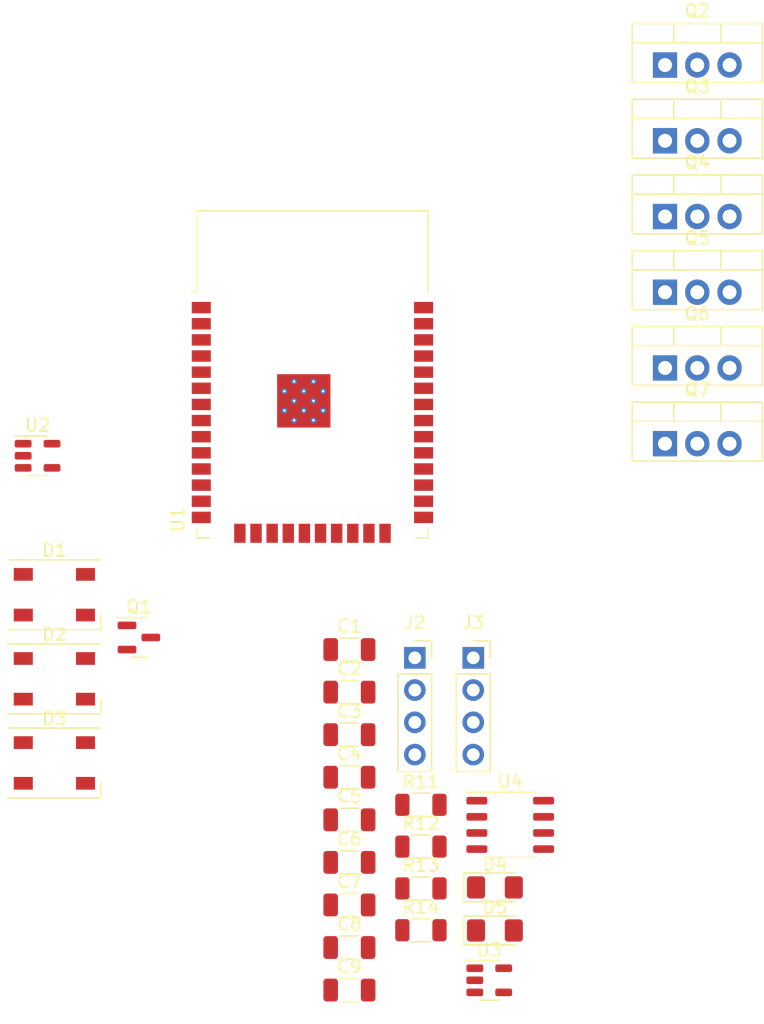
<source format=kicad_pcb>
(kicad_pcb (version 20221018) (generator pcbnew)
  (layers (0 "F.Cu" signal) (31 "B.Cu" signal) (34 "B.Paste" user) (35 "F.Paste" user) (36 "B.SilkS" user "B.Silkscreen") (37 "F.SilkS" user "F.Silkscreen") (38 "B.Mask" user) (39 "F.Mask" user) (44 "Edge.Cuts" user))
  (net 0 "")
  (net 1 "GND")
  (net 2 "/LED_DATA_PIN")
  (net 3 "/5V")
  (net 4 "Net-(D1-DOUT)")
  (net 5 "Net-(D2-DOUT)")
  (net 7 "/3v3")
  (net 8 "/STATUS_LED")
  (net 9 "Net-(Q2-G)")
  (net 10 "Net-(U3-IN)")
  (net 11 "Net-(D5-A)")
  (net 12 "Net-(Q3-G)")
  (net 13 "Net-(J2-Pin_2)")
  (net 14 "Net-(J2-Pin_3)")
  (net 15 "Net-(Q4-G)")
  (net 16 "Net-(J2-Pin_4)")
  (net 17 "Net-(J3-Pin_2)")
  (net 18 "Net-(Q5-G)")
  (net 19 "Net-(J3-Pin_3)")
  (net 20 "Net-(J3-Pin_4)")
  (net 21 "Net-(Q6-G)")
  (net 22 "Net-(U3-FB)")
  (net 23 "/MAX485_B")
  (net 24 "Net-(Q7-G)")
  (net 25 "/MAX485_A")
  (net 31 "/CHAN2_G")
  (net 32 "/CHAN2_B")
  (net 33 "/CHAN1_B")
  (net 34 "/CHAN2_R")
  (net 35 "/CHAN1_R")
  (net 36 "/CHAN1_G")
  (net 44 "/RS485_A")
  (net 45 "/RS485_B")
  (net 53 "Net-(D4-A)")
  (net 54 "Net-(U2-FB)")
  (net 55 "/12V")
  (net 56 "/SD_RESERVED")
  (footprint "Package_TO_SOT_THT:TO-220-3_Vertical" (layer "F.Cu") (at 106.68 43.86)
    (fp_text reference "Q2" (at 2.54 -4.27) (layer "F.SilkS"))
    (fp_text value "Q_NMOS_GDS")
    (fp_line (start -2.58 -3.27) (end -2.58 1.371) (stroke (width 0.12)) (layer "F.SilkS"))
    (fp_line (start -2.58 -3.27) (end 7.66 -3.27) (stroke (width 0.12)) (layer "F.SilkS"))
    (fp_line (start -2.58 -1.76) (end 7.66 -1.76) (stroke (width 0.12)) (layer "F.SilkS"))
    (fp_line (start -2.58 1.371) (end 7.66 1.371) (stroke (width 0.12)) (layer "F.SilkS"))
    (fp_line (start 0.69 -3.27) (end 0.69 -1.76) (stroke (width 0.12)) (layer "F.SilkS"))
    (fp_line (start 4.391 -3.27) (end 4.391 -1.76) (stroke (width 0.12)) (layer "F.SilkS"))
    (fp_line (start 7.66 -3.27) (end 7.66 1.371) (stroke (width 0.12)) (layer "F.SilkS"))
    (pad "1" thru_hole rect (at 0 0) (size 1.905 2) (drill 1.1) (layers *.Cu *.Mask) (net 9 "Net-(Q2-G)"))
    (pad "2" thru_hole oval (at 2.54 0) (size 1.905 2) (drill 1.1) (layers *.Cu *.Mask) (net 13 "Net-(J2-Pin_2)"))
    (pad "3" thru_hole oval (at 5.08 0) (size 1.905 2) (drill 1.1) (layers *.Cu *.Mask) (net 1 "GND"))
  )
  (footprint "Capacitor_SMD:C_1206_3216Metric" (layer "F.Cu") (at 81.8325 106.61)
    (fp_text reference "C6" (at 0 -1.85) (layer "F.SilkS"))
    (fp_text value "u1F")
    (fp_line (start -0.711252 -0.91) (end 0.711252 -0.91) (stroke (width 0.12)) (layer "F.SilkS"))
    (fp_line (start -0.711252 0.91) (end 0.711252 0.91) (stroke (width 0.12)) (layer "F.SilkS"))
    (pad "1" smd roundrect (at -1.475 0) (size 1.15 1.8) (layers "F.Cu" "F.Paste" "F.Mask") (roundrect_rratio 0.217391) (net 10 "Net-(U3-IN)"))
    (pad "2" smd roundrect (at 1.475 0) (size 1.15 1.8) (layers "F.Cu" "F.Paste" "F.Mask") (roundrect_rratio 0.217391) (net 1 "GND"))
  )
  (footprint "Diode_SMD:D_1206_3216Metric_Pad1.42x1.75mm_HandSolder" (layer "F.Cu") (at 93.2875 108.58)
    (fp_text reference "D4" (at 0 -1.82) (layer "F.SilkS"))
    (fp_text value "D")
    (fp_line (start -2.46 -1.135) (end -2.46 1.135) (stroke (width 0.12)) (layer "F.SilkS"))
    (fp_line (start -2.46 1.135) (end 1.6 1.135) (stroke (width 0.12)) (layer "F.SilkS"))
    (fp_line (start 1.6 -1.135) (end -2.46 -1.135) (stroke (width 0.12)) (layer "F.SilkS"))
    (pad "1" smd roundrect (at -1.4875 0) (size 1.425 1.75) (layers "F.Cu" "F.Paste" "F.Mask") (roundrect_rratio 0.175439) (net 3 "/5V"))
    (pad "2" smd roundrect (at 1.4875 0) (size 1.425 1.75) (layers "F.Cu" "F.Paste" "F.Mask") (roundrect_rratio 0.175439) (net 53 "Net-(D4-A)"))
  )
  (footprint "Package_TO_SOT_THT:TO-220-3_Vertical" (layer "F.Cu") (at 106.68 55.78)
    (fp_text reference "Q4" (at 2.54 -4.27) (layer "F.SilkS"))
    (fp_text value "Q_NMOS_GDS")
    (fp_line (start -2.58 -3.27) (end -2.58 1.371) (stroke (width 0.12)) (layer "F.SilkS"))
    (fp_line (start -2.58 -3.27) (end 7.66 -3.27) (stroke (width 0.12)) (layer "F.SilkS"))
    (fp_line (start -2.58 -1.76) (end 7.66 -1.76) (stroke (width 0.12)) (layer "F.SilkS"))
    (fp_line (start -2.58 1.371) (end 7.66 1.371) (stroke (width 0.12)) (layer "F.SilkS"))
    (fp_line (start 0.69 -3.27) (end 0.69 -1.76) (stroke (width 0.12)) (layer "F.SilkS"))
    (fp_line (start 4.391 -3.27) (end 4.391 -1.76) (stroke (width 0.12)) (layer "F.SilkS"))
    (fp_line (start 7.66 -3.27) (end 7.66 1.371) (stroke (width 0.12)) (layer "F.SilkS"))
    (pad "1" thru_hole rect (at 0 0) (size 1.905 2) (drill 1.1) (layers *.Cu *.Mask) (net 15 "Net-(Q4-G)"))
    (pad "2" thru_hole oval (at 2.54 0) (size 1.905 2) (drill 1.1) (layers *.Cu *.Mask) (net 16 "Net-(J2-Pin_4)"))
    (pad "3" thru_hole oval (at 5.08 0) (size 1.905 2) (drill 1.1) (layers *.Cu *.Mask) (net 1 "GND"))
  )
  (footprint "Diode_SMD:D_1206_3216Metric_Pad1.42x1.75mm_HandSolder" (layer "F.Cu") (at 93.2875 111.97)
    (fp_text reference "D5" (at 0 -1.82) (layer "F.SilkS"))
    (fp_text value "D")
    (fp_line (start -2.46 -1.135) (end -2.46 1.135) (stroke (width 0.12)) (layer "F.SilkS"))
    (fp_line (start -2.46 1.135) (end 1.6 1.135) (stroke (width 0.12)) (layer "F.SilkS"))
    (fp_line (start 1.6 -1.135) (end -2.46 -1.135) (stroke (width 0.12)) (layer "F.SilkS"))
    (pad "1" smd roundrect (at -1.4875 0) (size 1.425 1.75) (layers "F.Cu" "F.Paste" "F.Mask") (roundrect_rratio 0.175439) (net 55 "/12V"))
    (pad "2" smd roundrect (at 1.4875 0) (size 1.425 1.75) (layers "F.Cu" "F.Paste" "F.Mask") (roundrect_rratio 0.175439) (net 11 "Net-(D5-A)"))
  )
  (footprint "Package_TO_SOT_SMD:SOT-23-5" (layer "F.Cu") (at 92.8425 115.89)
    (fp_text reference "U3" (at 0 -2.4) (layer "F.SilkS"))
    (fp_text value "AP3012")
    (fp_line (start 0 -1.56) (end -1.8 -1.56) (stroke (width 0.12)) (layer "F.SilkS"))
    (fp_line (start 0 -1.56) (end 0.8 -1.56) (stroke (width 0.12)) (layer "F.SilkS"))
    (fp_line (start 0 1.56) (end -0.8 1.56) (stroke (width 0.12)) (layer "F.SilkS"))
    (fp_line (start 0 1.56) (end 0.8 1.56) (stroke (width 0.12)) (layer "F.SilkS"))
    (pad "1" smd roundrect (at -1.1375 -0.95) (size 1.325 0.6) (layers "F.Cu" "F.Paste" "F.Mask") (net 11 "Net-(D5-A)"))
    (pad "2" smd roundrect (at -1.1375 0) (size 1.325 0.6) (layers "F.Cu" "F.Paste" "F.Mask") (net 1 "GND"))
    (pad "3" smd roundrect (at -1.1375 0.95) (size 1.325 0.6) (layers "F.Cu" "F.Paste" "F.Mask") (net 22 "Net-(U3-FB)"))
    (pad "4" smd roundrect (at 1.1375 0.95) (size 1.325 0.6) (layers "F.Cu" "F.Paste" "F.Mask") (net 10 "Net-(U3-IN)"))
    (pad "5" smd roundrect (at 1.1375 -0.95) (size 1.325 0.6) (layers "F.Cu" "F.Paste" "F.Mask") (net 10 "Net-(U3-IN)"))
  )
  (footprint "Resistor_SMD:R_1206_3216Metric" (layer "F.Cu") (at 87.4625 105.37)
    (fp_text reference "R12" (at 0 -1.82) (layer "F.SilkS"))
    (fp_text value "330ohm")
    (fp_line (start -0.727064 -0.91) (end 0.727064 -0.91) (stroke (width 0.12)) (layer "F.SilkS"))
    (fp_line (start -0.727064 0.91) (end 0.727064 0.91) (stroke (width 0.12)) (layer "F.SilkS"))
    (pad "1" smd roundrect (at -1.4625 0) (size 1.125 1.75) (layers "F.Cu" "F.Paste" "F.Mask") (roundrect_rratio 0.222222) (net 54 "Net-(U2-FB)"))
    (pad "2" smd roundrect (at 1.4625 0) (size 1.125 1.75) (layers "F.Cu" "F.Paste" "F.Mask") (roundrect_rratio 0.222222) (net 3 "/5V"))
  )
  (footprint "Connector_PinSocket_2.54mm:PinSocket_1x04_P2.54mm_Vertical" (layer "F.Cu") (at 91.5825 90.51)
    (fp_text reference "J3" (at 0 -2.77) (layer "F.SilkS"))
    (fp_text value "Conn_01x04")
    (fp_line (start -1.33 1.27) (end -1.33 8.95) (stroke (width 0.12)) (layer "F.SilkS"))
    (fp_line (start -1.33 1.27) (end 1.33 1.27) (stroke (width 0.12)) (layer "F.SilkS"))
    (fp_line (start -1.33 8.95) (end 1.33 8.95) (stroke (width 0.12)) (layer "F.SilkS"))
    (fp_line (start 0 -1.33) (end 1.33 -1.33) (stroke (width 0.12)) (layer "F.SilkS"))
    (fp_line (start 1.33 -1.33) (end 1.33 0) (stroke (width 0.12)) (layer "F.SilkS"))
    (fp_line (start 1.33 1.27) (end 1.33 8.95) (stroke (width 0.12)) (layer "F.SilkS"))
    (pad "1" thru_hole rect (at 0 0) (size 1.7 1.7) (drill 1) (layers *.Cu *.Mask) (net 55 "/12V"))
    (pad "2" thru_hole oval (at 0 2.54) (size 1.7 1.7) (drill 1) (layers *.Cu *.Mask) (net 17 "Net-(J3-Pin_2)"))
    (pad "3" thru_hole oval (at 0 5.08) (size 1.7 1.7) (drill 1) (layers *.Cu *.Mask) (net 19 "Net-(J3-Pin_3)"))
    (pad "4" thru_hole oval (at 0 7.62) (size 1.7 1.7) (drill 1) (layers *.Cu *.Mask) (net 20 "Net-(J3-Pin_4)"))
  )
  (footprint "Capacitor_SMD:C_1206_3216Metric" (layer "F.Cu") (at 81.8325 96.56)
    (fp_text reference "C3" (at 0 -1.85) (layer "F.SilkS"))
    (fp_text value "C")
    (fp_line (start -0.711252 -0.91) (end 0.711252 -0.91) (stroke (width 0.12)) (layer "F.SilkS"))
    (fp_line (start -0.711252 0.91) (end 0.711252 0.91) (stroke (width 0.12)) (layer "F.SilkS"))
    (pad "1" smd roundrect (at -1.475 0) (size 1.15 1.8) (layers "F.Cu" "F.Paste" "F.Mask") (roundrect_rratio 0.217391) (net 1 "GND"))
    (pad "2" smd roundrect (at 1.475 0) (size 1.15 1.8) (layers "F.Cu" "F.Paste" "F.Mask") (roundrect_rratio 0.217391) (net 3 "/5V"))
  )
  (footprint "LED_SMD:LED_SK6812_PLCC4_5.0x5.0mm_P3.2mm" (layer "F.Cu") (at 58.605 98.785)
    (fp_text reference "D3" (at 0 -3.5) (layer "F.SilkS"))
    (fp_text value "SK6812")
    (fp_line (start -3.65 -2.75) (end 3.65 -2.75) (stroke (width 0.12)) (layer "F.SilkS"))
    (fp_line (start -3.65 2.75) (end 3.65 2.75) (stroke (width 0.12)) (layer "F.SilkS"))
    (fp_line (start 3.65 2.75) (end 3.65 1.6) (stroke (width 0.12)) (layer "F.SilkS"))
    (pad "1" smd rect (at 2.45 1.6) (size 1.5 1) (layers "F.Cu" "F.Paste" "F.Mask") (net 1 "GND"))
    (pad "2" smd rect (at 2.45 -1.6) (size 1.5 1) (layers "F.Cu" "F.Paste" "F.Mask") (net 5 "Net-(D2-DOUT)"))
    (pad "3" smd rect (at -2.45 -1.6) (size 1.5 1) (layers "F.Cu" "F.Paste" "F.Mask") (net 3 "/5V"))
    (pad "4" smd rect (at -2.45 1.6) (size 1.5 1) (layers "F.Cu" "F.Paste" "F.Mask"))
  )
  (footprint "Capacitor_SMD:C_1206_3216Metric" (layer "F.Cu") (at 81.8325 113.31)
    (fp_text reference "C8" (at 0 -1.85) (layer "F.SilkS"))
    (fp_text value "10uF")
    (fp_line (start -0.711252 -0.91) (end 0.711252 -0.91) (stroke (width 0.12)) (layer "F.SilkS"))
    (fp_line (start -0.711252 0.91) (end 0.711252 0.91) (stroke (width 0.12)) (layer "F.SilkS"))
    (pad "1" smd roundrect (at -1.475 0) (size 1.15 1.8) (layers "F.Cu" "F.Paste" "F.Mask") (roundrect_rratio 0.217391) (net 7 "/3v3"))
    (pad "2" smd roundrect (at 1.475 0) (size 1.15 1.8) (layers "F.Cu" "F.Paste" "F.Mask") (roundrect_rratio 0.217391) (net 1 "GND"))
  )
  (footprint "Resistor_SMD:R_1206_3216Metric" (layer "F.Cu") (at 87.4625 108.66)
    (fp_text reference "R13" (at 0 -1.82) (layer "F.SilkS"))
    (fp_text value "330 ohm")
    (fp_line (start -0.727064 -0.91) (end 0.727064 -0.91) (stroke (width 0.12)) (layer "F.SilkS"))
    (fp_line (start -0.727064 0.91) (end 0.727064 0.91) (stroke (width 0.12)) (layer "F.SilkS"))
    (pad "1" smd roundrect (at -1.4625 0) (size 1.125 1.75) (layers "F.Cu" "F.Paste" "F.Mask") (roundrect_rratio 0.222222) (net 22 "Net-(U3-FB)"))
    (pad "2" smd roundrect (at 1.4625 0) (size 1.125 1.75) (layers "F.Cu" "F.Paste" "F.Mask") (roundrect_rratio 0.222222) (net 55 "/12V"))
  )
  (footprint "Capacitor_SMD:C_1206_3216Metric" (layer "F.Cu") (at 81.8325 109.96)
    (fp_text reference "C7" (at 0 -1.85) (layer "F.SilkS"))
    (fp_text value "1uF")
    (fp_line (start -0.711252 -0.91) (end 0.711252 -0.91) (stroke (width 0.12)) (layer "F.SilkS"))
    (fp_line (start -0.711252 0.91) (end 0.711252 0.91) (stroke (width 0.12)) (layer "F.SilkS"))
    (pad "1" smd roundrect (at -1.475 0) (size 1.15 1.8) (layers "F.Cu" "F.Paste" "F.Mask") (roundrect_rratio 0.217391) (net 1 "GND"))
    (pad "2" smd roundrect (at 1.475 0) (size 1.15 1.8) (layers "F.Cu" "F.Paste" "F.Mask") (roundrect_rratio 0.217391) (net 55 "/12V"))
  )
  (footprint "LED_SMD:LED_SK6812_PLCC4_5.0x5.0mm_P3.2mm" (layer "F.Cu") (at 58.605 85.545)
    (fp_text reference "D1" (at 0 -3.5) (layer "F.SilkS"))
    (fp_text value "SK6812")
    (fp_line (start -3.65 -2.75) (end 3.65 -2.75) (stroke (width 0.12)) (layer "F.SilkS"))
    (fp_line (start -3.65 2.75) (end 3.65 2.75) (stroke (width 0.12)) (layer "F.SilkS"))
    (fp_line (start 3.65 2.75) (end 3.65 1.6) (stroke (width 0.12)) (layer "F.SilkS"))
    (pad "1" smd rect (at 2.45 1.6) (size 1.5 1) (layers "F.Cu" "F.Paste" "F.Mask") (net 1 "GND"))
    (pad "2" smd rect (at 2.45 -1.6) (size 1.5 1) (layers "F.Cu" "F.Paste" "F.Mask") (net 2 "/LED_DATA_PIN"))
    (pad "3" smd rect (at -2.45 -1.6) (size 1.5 1) (layers "F.Cu" "F.Paste" "F.Mask") (net 3 "/5V"))
    (pad "4" smd rect (at -2.45 1.6) (size 1.5 1) (layers "F.Cu" "F.Paste" "F.Mask") (net 4 "Net-(D1-DOUT)"))
  )
  (footprint "Package_TO_SOT_SMD:SOT-23" (layer "F.Cu") (at 65.26 88.91)
    (fp_text reference "Q1" (at 0 -2.4) (layer "F.SilkS"))
    (fp_text value "BSS138")
    (fp_line (start 0 -1.56) (end -1.675 -1.56) (stroke (width 0.12)) (layer "F.SilkS"))
    (fp_line (start 0 -1.56) (end 0.65 -1.56) (stroke (width 0.12)) (layer "F.SilkS"))
    (fp_line (start 0 1.56) (end -0.65 1.56) (stroke (width 0.12)) (layer "F.SilkS"))
    (fp_line (start 0 1.56) (end 0.65 1.56) (stroke (width 0.12)) (layer "F.SilkS"))
    (pad "1" smd roundrect (at -0.9375 -0.95) (size 1.475 0.6) (layers "F.Cu" "F.Paste" "F.Mask") (net 7 "/3v3"))
    (pad "2" smd roundrect (at -0.9375 0.95) (size 1.475 0.6) (layers "F.Cu" "F.Paste" "F.Mask") (net 8 "/STATUS_LED"))
    (pad "3" smd roundrect (at 0.9375 0) (size 1.475 0.6) (layers "F.Cu" "F.Paste" "F.Mask") (net 2 "/LED_DATA_PIN"))
  )
  (footprint "Capacitor_SMD:C_1206_3216Metric" (layer "F.Cu") (at 81.8325 103.26)
    (fp_text reference "C5" (at 0 -1.85) (layer "F.SilkS"))
    (fp_text value "1uF")
    (fp_line (start -0.711252 -0.91) (end 0.711252 -0.91) (stroke (width 0.12)) (layer "F.SilkS"))
    (fp_line (start -0.711252 0.91) (end 0.711252 0.91) (stroke (width 0.12)) (layer "F.SilkS"))
    (pad "1" smd roundrect (at -1.475 0) (size 1.15 1.8) (layers "F.Cu" "F.Paste" "F.Mask") (roundrect_rratio 0.217391) (net 1 "GND"))
    (pad "2" smd roundrect (at 1.475 0) (size 1.15 1.8) (layers "F.Cu" "F.Paste" "F.Mask") (roundrect_rratio 0.217391) (net 3 "/5V"))
  )
  (footprint "Package_TO_SOT_THT:TO-220-3_Vertical" (layer "F.Cu") (at 106.68 61.74)
    (fp_text reference "Q5" (at 2.54 -4.27) (layer "F.SilkS"))
    (fp_text value "Q_NMOS_GDS")
    (fp_line (start -2.58 -3.27) (end -2.58 1.371) (stroke (width 0.12)) (layer "F.SilkS"))
    (fp_line (start -2.58 -3.27) (end 7.66 -3.27) (stroke (width 0.12)) (layer "F.SilkS"))
    (fp_line (start -2.58 -1.76) (end 7.66 -1.76) (stroke (width 0.12)) (layer "F.SilkS"))
    (fp_line (start -2.58 1.371) (end 7.66 1.371) (stroke (width 0.12)) (layer "F.SilkS"))
    (fp_line (start 0.69 -3.27) (end 0.69 -1.76) (stroke (width 0.12)) (layer "F.SilkS"))
    (fp_line (start 4.391 -3.27) (end 4.391 -1.76) (stroke (width 0.12)) (layer "F.SilkS"))
    (fp_line (start 7.66 -3.27) (end 7.66 1.371) (stroke (width 0.12)) (layer "F.SilkS"))
    (pad "1" thru_hole rect (at 0 0) (size 1.905 2) (drill 1.1) (layers *.Cu *.Mask) (net 18 "Net-(Q5-G)"))
    (pad "2" thru_hole oval (at 2.54 0) (size 1.905 2) (drill 1.1) (layers *.Cu *.Mask) (net 17 "Net-(J3-Pin_2)"))
    (pad "3" thru_hole oval (at 5.08 0) (size 1.905 2) (drill 1.1) (layers *.Cu *.Mask) (net 1 "GND"))
  )
  (footprint "Package_TO_SOT_THT:TO-220-3_Vertical" (layer "F.Cu") (at 106.68 67.7)
    (fp_text reference "Q6" (at 2.54 -4.27) (layer "F.SilkS"))
    (fp_text value "Q_NMOS_GDS")
    (fp_line (start -2.58 -3.27) (end -2.58 1.371) (stroke (width 0.12)) (layer "F.SilkS"))
    (fp_line (start -2.58 -3.27) (end 7.66 -3.27) (stroke (width 0.12)) (layer "F.SilkS"))
    (fp_line (start -2.58 -1.76) (end 7.66 -1.76) (stroke (width 0.12)) (layer "F.SilkS"))
    (fp_line (start -2.58 1.371) (end 7.66 1.371) (stroke (width 0.12)) (layer "F.SilkS"))
    (fp_line (start 0.69 -3.27) (end 0.69 -1.76) (stroke (width 0.12)) (layer "F.SilkS"))
    (fp_line (start 4.391 -3.27) (end 4.391 -1.76) (stroke (width 0.12)) (layer "F.SilkS"))
    (fp_line (start 7.66 -3.27) (end 7.66 1.371) (stroke (width 0.12)) (layer "F.SilkS"))
    (pad "1" thru_hole rect (at 0 0) (size 1.905 2) (drill 1.1) (layers *.Cu *.Mask) (net 21 "Net-(Q6-G)"))
    (pad "2" thru_hole oval (at 2.54 0) (size 1.905 2) (drill 1.1) (layers *.Cu *.Mask) (net 19 "Net-(J3-Pin_3)"))
    (pad "3" thru_hole oval (at 5.08 0) (size 1.905 2) (drill 1.1) (layers *.Cu *.Mask) (net 1 "GND"))
  )
  (footprint "Package_TO_SOT_SMD:SOT-23-5" (layer "F.Cu") (at 57.2825 74.61)
    (fp_text reference "U2" (at 0 -2.4) (layer "F.SilkS"))
    (fp_text value "AP3012")
    (fp_line (start 0 -1.56) (end -1.8 -1.56) (stroke (width 0.12)) (layer "F.SilkS"))
    (fp_line (start 0 -1.56) (end 0.8 -1.56) (stroke (width 0.12)) (layer "F.SilkS"))
    (fp_line (start 0 1.56) (end -0.8 1.56) (stroke (width 0.12)) (layer "F.SilkS"))
    (fp_line (start 0 1.56) (end 0.8 1.56) (stroke (width 0.12)) (layer "F.SilkS"))
    (pad "1" smd roundrect (at -1.1375 -0.95) (size 1.325 0.6) (layers "F.Cu" "F.Paste" "F.Mask") (net 53 "Net-(D4-A)"))
    (pad "2" smd roundrect (at -1.1375 0) (size 1.325 0.6) (layers "F.Cu" "F.Paste" "F.Mask") (net 1 "GND"))
    (pad "3" smd roundrect (at -1.1375 0.95) (size 1.325 0.6) (layers "F.Cu" "F.Paste" "F.Mask") (net 54 "Net-(U2-FB)"))
    (pad "4" smd roundrect (at 1.1375 0.95) (size 1.325 0.6) (layers "F.Cu" "F.Paste" "F.Mask") (net 55 "/12V"))
    (pad "5" smd roundrect (at 1.1375 -0.95) (size 1.325 0.6) (layers "F.Cu" "F.Paste" "F.Mask") (net 55 "/12V"))
  )
  (footprint "Resistor_SMD:R_1206_3216Metric" (layer "F.Cu") (at 87.4625 111.95)
    (fp_text reference "R14" (at 0 -1.82) (layer "F.SilkS"))
    (fp_text value "200 ohm")
    (fp_line (start -0.727064 -0.91) (end 0.727064 -0.91) (stroke (width 0.12)) (layer "F.SilkS"))
    (fp_line (start -0.727064 0.91) (end 0.727064 0.91) (stroke (width 0.12)) (layer "F.SilkS"))
    (pad "1" smd roundrect (at -1.4625 0) (size 1.125 1.75) (layers "F.Cu" "F.Paste" "F.Mask") (roundrect_rratio 0.222222) (net 1 "GND"))
    (pad "2" smd roundrect (at 1.4625 0) (size 1.125 1.75) (layers "F.Cu" "F.Paste" "F.Mask") (roundrect_rratio 0.222222) (net 22 "Net-(U3-FB)"))
  )
  (footprint "Capacitor_SMD:C_1206_3216Metric" (layer "F.Cu") (at 81.8325 93.21)
    (fp_text reference "C2" (at 0 -1.85) (layer "F.SilkS"))
    (fp_text value "C")
    (fp_line (start -0.711252 -0.91) (end 0.711252 -0.91) (stroke (width 0.12)) (layer "F.SilkS"))
    (fp_line (start -0.711252 0.91) (end 0.711252 0.91) (stroke (width 0.12)) (layer "F.SilkS"))
    (pad "1" smd roundrect (at -1.475 0) (size 1.15 1.8) (layers "F.Cu" "F.Paste" "F.Mask") (roundrect_rratio 0.217391) (net 1 "GND"))
    (pad "2" smd roundrect (at 1.475 0) (size 1.15 1.8) (layers "F.Cu" "F.Paste" "F.Mask") (roundrect_rratio 0.217391) (net 3 "/5V"))
  )
  (footprint "Package_TO_SOT_THT:TO-220-3_Vertical" (layer "F.Cu") (at 106.68 49.82)
    (fp_text reference "Q3" (at 2.54 -4.27) (layer "F.SilkS"))
    (fp_text value "Q_NMOS_GDS")
    (fp_line (start -2.58 -3.27) (end -2.58 1.371) (stroke (width 0.12)) (layer "F.SilkS"))
    (fp_line (start -2.58 -3.27) (end 7.66 -3.27) (stroke (width 0.12)) (layer "F.SilkS"))
    (fp_line (start -2.58 -1.76) (end 7.66 -1.76) (stroke (width 0.12)) (layer "F.SilkS"))
    (fp_line (start -2.58 1.371) (end 7.66 1.371) (stroke (width 0.12)) (layer "F.SilkS"))
    (fp_line (start 0.69 -3.27) (end 0.69 -1.76) (stroke (width 0.12)) (layer "F.SilkS"))
    (fp_line (start 4.391 -3.27) (end 4.391 -1.76) (stroke (width 0.12)) (layer "F.SilkS"))
    (fp_line (start 7.66 -3.27) (end 7.66 1.371) (stroke (width 0.12)) (layer "F.SilkS"))
    (pad "1" thru_hole rect (at 0 0) (size 1.905 2) (drill 1.1) (layers *.Cu *.Mask) (net 12 "Net-(Q3-G)"))
    (pad "2" thru_hole oval (at 2.54 0) (size 1.905 2) (drill 1.1) (layers *.Cu *.Mask) (net 14 "Net-(J2-Pin_3)"))
    (pad "3" thru_hole oval (at 5.08 0) (size 1.905 2) (drill 1.1) (layers *.Cu *.Mask) (net 1 "GND"))
  )
  (footprint "Resistor_SMD:R_1206_3216Metric" (layer "F.Cu") (at 87.4625 102.08)
    (fp_text reference "R11" (at 0 -1.82) (layer "F.SilkS"))
    (fp_text value "110ohm")
    (fp_line (start -0.727064 -0.91) (end 0.727064 -0.91) (stroke (width 0.12)) (layer "F.SilkS"))
    (fp_line (start -0.727064 0.91) (end 0.727064 0.91) (stroke (width 0.12)) (layer "F.SilkS"))
    (pad "1" smd roundrect (at -1.4625 0) (size 1.125 1.75) (layers "F.Cu" "F.Paste" "F.Mask") (roundrect_rratio 0.222222) (net 1 "GND"))
    (pad "2" smd roundrect (at 1.4625 0) (size 1.125 1.75) (layers "F.Cu" "F.Paste" "F.Mask") (roundrect_rratio 0.222222) (net 54 "Net-(U2-FB)"))
  )
  (footprint "Capacitor_SMD:C_1206_3216Metric" (layer "F.Cu") (at 81.8325 116.66)
    (fp_text reference "C9" (at 0 -1.85) (layer "F.SilkS"))
    (fp_text value ".1uF")
    (fp_line (start -0.711252 -0.91) (end 0.711252 -0.91) (stroke (width 0.12)) (layer "F.SilkS"))
    (fp_line (start -0.711252 0.91) (end 0.711252 0.91) (stroke (width 0.12)) (layer "F.SilkS"))
    (pad "1" smd roundrect (at -1.475 0) (size 1.15 1.8) (layers "F.Cu" "F.Paste" "F.Mask") (roundrect_rratio 0.217391) (net 7 "/3v3"))
    (pad "2" smd roundrect (at 1.475 0) (size 1.15 1.8) (layers "F.Cu" "F.Paste" "F.Mask") (roundrect_rratio 0.217391) (net 1 "GND"))
  )
  (footprint "Package_SO:SOP-8_3.9x4.9mm_P1.27mm" (layer "F.Cu") (at 94.4925 103.66)
    (fp_text reference "U4" (at 0 -3.4) (layer "F.SilkS"))
    (fp_text value "MAX485E")
    (fp_line (start 0 -2.56) (end -3.45 -2.56) (stroke (width 0.12)) (layer "F.SilkS"))
    (fp_line (start 0 -2.56) (end 1.95 -2.56) (stroke (width 0.12)) (layer "F.SilkS"))
    (fp_line (start 0 2.56) (end -1.95 2.56) (stroke (width 0.12)) (layer "F.SilkS"))
    (fp_line (start 0 2.56) (end 1.95 2.56) (stroke (width 0.12)) (layer "F.SilkS"))
    (pad "1" smd roundrect (at -2.625 -1.905) (size 1.65 0.6) (layers "F.Cu" "F.Paste" "F.Mask") (net 44 "/RS485_A"))
    (pad "2" smd roundrect (at -2.625 -0.635) (size 1.65 0.6) (layers "F.Cu" "F.Paste" "F.Mask") (net 7 "/3v3"))
    (pad "3" smd roundrect (at -2.625 0.635) (size 1.65 0.6) (layers "F.Cu" "F.Paste" "F.Mask") (net 7 "/3v3"))
    (pad "4" smd roundrect (at -2.625 1.905) (size 1.65 0.6) (layers "F.Cu" "F.Paste" "F.Mask") (net 45 "/RS485_B"))
    (pad "5" smd roundrect (at 2.625 1.905) (size 1.65 0.6) (layers "F.Cu" "F.Paste" "F.Mask") (net 1 "GND"))
    (pad "6" smd roundrect (at 2.625 0.635) (size 1.65 0.6) (layers "F.Cu" "F.Paste" "F.Mask") (net 23 "/MAX485_B"))
    (pad "7" smd roundrect (at 2.625 -0.635) (size 1.65 0.6) (layers "F.Cu" "F.Paste" "F.Mask") (net 25 "/MAX485_A"))
    (pad "8" smd roundrect (at 2.625 -1.905) (size 1.65 0.6) (layers "F.Cu" "F.Paste" "F.Mask") (net 7 "/3v3"))
  )
  (footprint "RF_Module:ESP32-WROOM-32" (layer "F.Cu") (at 78.92 71.2)
    (fp_text reference "U1" (at -10.61 8.43 90) (layer "F.SilkS"))
    (fp_text value "ESP32-WROOM-32D")
    (fp_line (start -9.12 -15.86) (end -9.12 -9.445) (stroke (width 0.12)) (layer "F.SilkS"))
    (fp_line (start -9.12 -15.86) (end 9.12 -15.86) (stroke (width 0.12)) (layer "F.SilkS"))
    (fp_line (start -9.12 -9.445) (end -9.5 -9.445) (stroke (width 0.12)) (layer "F.SilkS"))
    (fp_line (start -9.12 9.1) (end -9.12 9.88) (stroke (width 0.12)) (layer "F.SilkS"))
    (fp_line (start -9.12 9.88) (end -8.12 9.88) (stroke (width 0.12)) (layer "F.SilkS"))
    (fp_line (start 9.12 -15.86) (end 9.12 -9.445) (stroke (width 0.12)) (layer "F.SilkS"))
    (fp_line (start 9.12 9.1) (end 9.12 9.88) (stroke (width 0.12)) (layer "F.SilkS"))
    (fp_line (start 9.12 9.88) (end 8.12 9.88) (stroke (width 0.12)) (layer "F.SilkS"))
    (pad "1" smd rect (at -8.75 -8.25) (size 1.5 0.9) (layers "F.Cu" "F.Paste" "F.Mask") (net 1 "GND"))
    (pad "2" smd rect (at -8.75 -6.98) (size 1.5 0.9) (layers "F.Cu" "F.Paste" "F.Mask") (net 7 "/3v3"))
    (pad "3" smd rect (at -8.75 -5.71) (size 1.5 0.9) (layers "F.Cu" "F.Paste" "F.Mask"))
    (pad "4" smd rect (at -8.75 -4.44) (size 1.5 0.9) (layers "F.Cu" "F.Paste" "F.Mask"))
    (pad "5" smd rect (at -8.75 -3.17) (size 1.5 0.9) (layers "F.Cu" "F.Paste" "F.Mask"))
    (pad "6" smd rect (at -8.75 -1.9) (size 1.5 0.9) (layers "F.Cu" "F.Paste" "F.Mask"))
    (pad "7" smd rect (at -8.75 -0.63) (size 1.5 0.9) (layers "F.Cu" "F.Paste" "F.Mask"))
    (pad "8" smd rect (at -8.75 0.64) (size 1.5 0.9) (layers "F.Cu" "F.Paste" "F.Mask") (net 31 "/CHAN2_G"))
    (pad "9" smd rect (at -8.75 1.91) (size 1.5 0.9) (layers "F.Cu" "F.Paste" "F.Mask") (net 32 "/CHAN2_B"))
    (pad "10" smd rect (at -8.75 3.18) (size 1.5 0.9) (layers "F.Cu" "F.Paste" "F.Mask") (net 33 "/CHAN1_B"))
    (pad "11" smd rect (at -8.75 4.45) (size 1.5 0.9) (layers "F.Cu" "F.Paste" "F.Mask") (net 34 "/CHAN2_R"))
    (pad "12" smd rect (at -8.75 5.72) (size 1.5 0.9) (layers "F.Cu" "F.Paste" "F.Mask") (net 8 "/STATUS_LED"))
    (pad "13" smd rect (at -8.75 6.99) (size 1.5 0.9) (layers "F.Cu" "F.Paste" "F.Mask") (net 56 "/SD_RESERVED"))
    (pad "14" smd rect (at -8.75 8.26) (size 1.5 0.9) (layers "F.Cu" "F.Paste" "F.Mask") (net 56 "/SD_RESERVED"))
    (pad "15" smd rect (at -5.71 9.51 90) (size 1.5 0.9) (layers "F.Cu" "F.Paste" "F.Mask") (net 1 "GND"))
    (pad "16" smd rect (at -4.44 9.51 90) (size 1.5 0.9) (layers "F.Cu" "F.Paste" "F.Mask") (net 56 "/SD_RESERVED"))
    (pad "17" smd rect (at -3.17 9.51 90) (size 1.5 0.9) (layers "F.Cu" "F.Paste" "F.Mask"))
    (pad "18" smd rect (at -1.9 9.51 90) (size 1.5 0.9) (layers "F.Cu" "F.Paste" "F.Mask"))
    (pad "19" smd rect (at -0.63 9.51 90) (size 1.5 0.9) (layers "F.Cu" "F.Paste" "F.Mask"))
    (pad "20" smd rect (at 0.64 9.51 90) (size 1.5 0.9) (layers "F.Cu" "F.Paste" "F.Mask"))
    (pad "21" smd rect (at 1.91 9.51 90) (size 1.5 0.9) (layers "F.Cu" "F.Paste" "F.Mask"))
    (pad "22" smd rect (at 3.18 9.51 90) (size 1.5 0.9) (layers "F.Cu" "F.Paste" "F.Mask"))
    (pad "23" smd rect (at 4.45 9.51 90) (size 1.5 0.9) (layers "F.Cu" "F.Paste" "F.Mask") (net 56 "/SD_RESERVED"))
    (pad "24" smd rect (at 5.72 9.51 90) (size 1.5 0.9) (layers "F.Cu" "F.Paste" "F.Mask") (net 56 "/SD_RESERVED"))
    (pad "25" smd rect (at 8.75 8.26) (size 1.5 0.9) (layers "F.Cu" "F.Paste" "F.Mask"))
    (pad "26" smd rect (at 8.75 6.99) (size 1.5 0.9) (layers "F.Cu" "F.Paste" "F.Mask") (net 56 "/SD_RESERVED"))
    (pad "27" smd rect (at 8.75 5.72) (size 1.5 0.9) (layers "F.Cu" "F.Paste" "F.Mask") (net 44 "/RS485_A"))
    (pad "28" smd rect (at 8.75 4.45) (size 1.5 0.9) (layers "F.Cu" "F.Paste" "F.Mask") (net 45 "/RS485_B"))
    (pad "29" smd rect (at 8.75 3.18) (size 1.5 0.9) (layers "F.Cu" "F.Paste" "F.Mask"))
    (pad "30" smd rect (at 8.75 1.91) (size 1.5 0.9) (layers "F.Cu" "F.Paste" "F.Mask"))
    (pad "31" smd rect (at 8.75 0.64) (size 1.5 0.9) (layers "F.Cu" "F.Paste" "F.Mask") (net 35 "/CHAN1_R"))
    (pad "32" smd rect (at 8.75 -0.63) (size 1.5 0.9) (layers "F.Cu" "F.Paste" "F.Mask"))
    (pad "33" smd rect (at 8.75 -1.9) (size 1.5 0.9) (layers "F.Cu" "F.Paste" "F.Mask") (net 36 "/CHAN1_G"))
    (pad "34" smd rect (at 8.75 -3.17) (size 1.5 0.9) (layers "F.Cu" "F.Paste" "F.Mask"))
    (pad "35" smd rect (at 8.75 -4.44) (size 1.5 0.9) (layers "F.Cu" "F.Paste" "F.Mask"))
    (pad "36" smd rect (at 8.75 -5.71) (size 1.5 0.9) (layers "F.Cu" "F.Paste" "F.Mask"))
    (pad "37" smd rect (at 8.75 -6.98) (size 1.5 0.9) (layers "F.Cu" "F.Paste" "F.Mask"))
    (pad "38" smd rect (at 8.75 -8.25) (size 1.5 0.9) (layers "F.Cu" "F.Paste" "F.Mask") (net 1 "GND"))
    (pad "39" smd rect (at -2.205 -2.435) (size 1.05 1.05) (layers "F.Cu" "F.Paste") (net 1 "GND"))
    (pad "39" thru_hole circle (at -2.205 -1.6725) (size 0.475 0.475) (drill 0.2) (property pad_prop_heatsink) (layers *.Cu "F.Mask") (net 1 "GND"))
    (pad "39" smd rect (at -2.205 -0.91) (size 1.05 1.05) (layers "F.Cu" "F.Paste") (net 1 "GND"))
    (pad "39" thru_hole circle (at -2.205 -0.1475) (size 0.475 0.475) (drill 0.2) (property pad_prop_heatsink) (layers *.Cu "F.Mask") (net 1 "GND"))
    (pad "39" smd rect (at -2.205 0.615) (size 1.05 1.05) (layers "F.Cu" "F.Paste") (net 1 "GND"))
    (pad "39" thru_hole circle (at -1.4425 -2.435) (size 0.475 0.475) (drill 0.2) (property pad_prop_heatsink) (layers *.Cu "F.Mask") (net 1 "GND"))
    (pad "39" thru_hole circle (at -1.4425 -0.91) (size 0.475 0.475) (drill 0.2) (property pad_prop_heatsink) (layers *.Cu "F.Mask") (net 1 "GND"))
    (pad "39" thru_hole circle (at -1.4425 0.615) (size 0.475 0.475) (drill 0.2) (property pad_prop_heatsink) (layers *.Cu "F.Mask") (net 1 "GND"))
    (pad "39" smd rect (at -0.68 -2.435) (size 1.05 1.05) (layers "F.Cu" "F.Paste") (net 1 "GND"))
    (pad "39" thru_hole circle (at -0.68 -1.6725) (size 0.475 0.475) (drill 0.2) (property pad_prop_heatsink) (layers *.Cu "F.Mask") (net 1 "GND"))
    (pad "39" smd rect (at -0.68 -0.91) (size 1.05 1.05) (layers "F.Cu" "F.Paste") (net 1 "GND"))
    (pad "39" smd rect (at -0.68 -0.91) (size 4.2 4.2) (layers "F.Cu" "F.Mask") (net 1 "GND"))
    (pad "39" thru_hole circle (at -0.68 -0.1475) (size 0.475 0.475) (drill 0.2) (property pad_prop_heatsink) (layers *.Cu "F.Mask") (net 1 "GND"))
    (pad "39" smd rect (at -0.68 0.615) (size 1.05 1.05) (layers "F.Cu" "F.Paste") (net 1 "GND"))
    (pad "39" thru_hole circle (at 0.0825 -2.435) (size 0.475 0.475) (drill 0.2) (property pad_prop_heatsink) (layers *.Cu "F.Mask") (net 1 "GND"))
    (pad "39" thru_hole circle (at 0.0825 -0.91) (size 0.475 0.475) (drill 0.2) (property pad_prop_heatsink) (layers *.Cu "F.Mask") (net 1 "GND"))
    (pad "39" thru_hole circle (at 0.0825 0.615) (size 0.475 0.475) (drill 0.2) (property pad_prop_heatsink) (layers *.Cu "F.Mask") (net 1 "GND"))
    (pad "39" smd rect (at 0.845 -2.435) (size 1.05 1.05) (layers "F.Cu" "F.Paste") (net 1 "GND"))
    (pad "39" thru_hole circle (at 0.845 -1.6725) (size 0.475 0.475) (drill 0.2) (property pad_prop_heatsink) (layers *.Cu "F.Mask") (net 1 "GND"))
    (pad "39" smd rect (at 0.845 -0.91) (size 1.05 1.05) (layers "F.Cu" "F.Paste") (net 1 "GND"))
    (pad "39" thru_hole circle (at 0.845 -0.1475) (size 0.475 0.475) (drill 0.2) (property pad_prop_heatsink) (layers *.Cu "F.Mask") (net 1 "GND"))
    (pad "39" smd rect (at 0.845 0.615) (size 1.05 1.05) (layers "F.Cu" "F.Paste") (net 1 "GND"))
  )
  (footprint "Connector_PinSocket_2.54mm:PinSocket_1x04_P2.54mm_Vertical" (layer "F.Cu") (at 86.9825 90.51)
    (fp_text reference "J2" (at 0 -2.77) (layer "F.SilkS"))
    (fp_text value "Conn_01x04")
    (fp_line (start -1.33 1.27) (end -1.33 8.95) (stroke (width 0.12)) (layer "F.SilkS"))
    (fp_line (start -1.33 1.27) (end 1.33 1.27) (stroke (width 0.12)) (layer "F.SilkS"))
    (fp_line (start -1.33 8.95) (end 1.33 8.95) (stroke (width 0.12)) (layer "F.SilkS"))
    (fp_line (start 0 -1.33) (end 1.33 -1.33) (stroke (width 0.12)) (layer "F.SilkS"))
    (fp_line (start 1.33 -1.33) (end 1.33 0) (stroke (width 0.12)) (layer "F.SilkS"))
    (fp_line (start 1.33 1.27) (end 1.33 8.95) (stroke (width 0.12)) (layer "F.SilkS"))
    (pad "1" thru_hole rect (at 0 0) (size 1.7 1.7) (drill 1) (layers *.Cu *.Mask) (net 55 "/12V"))
    (pad "2" thru_hole oval (at 0 2.54) (size 1.7 1.7) (drill 1) (layers *.Cu *.Mask) (net 13 "Net-(J2-Pin_2)"))
    (pad "3" thru_hole oval (at 0 5.08) (size 1.7 1.7) (drill 1) (layers *.Cu *.Mask) (net 14 "Net-(J2-Pin_3)"))
    (pad "4" thru_hole oval (at 0 7.62) (size 1.7 1.7) (drill 1) (layers *.Cu *.Mask) (net 16 "Net-(J2-Pin_4)"))
  )
  (footprint "LED_SMD:LED_SK6812_PLCC4_5.0x5.0mm_P3.2mm" (layer "F.Cu") (at 58.605 92.165)
    (fp_text reference "D2" (at 0 -3.5) (layer "F.SilkS"))
    (fp_text value "SK6812")
    (fp_line (start -3.65 -2.75) (end 3.65 -2.75) (stroke (width 0.12)) (layer "F.SilkS"))
    (fp_line (start -3.65 2.75) (end 3.65 2.75) (stroke (width 0.12)) (layer "F.SilkS"))
    (fp_line (start 3.65 2.75) (end 3.65 1.6) (stroke (width 0.12)) (layer "F.SilkS"))
    (pad "1" smd rect (at 2.45 1.6) (size 1.5 1) (layers "F.Cu" "F.Paste" "F.Mask") (net 1 "GND"))
    (pad "2" smd rect (at 2.45 -1.6) (size 1.5 1) (layers "F.Cu" "F.Paste" "F.Mask") (net 4 "Net-(D1-DOUT)"))
    (pad "3" smd rect (at -2.45 -1.6) (size 1.5 1) (layers "F.Cu" "F.Paste" "F.Mask") (net 3 "/5V"))
    (pad "4" smd rect (at -2.45 1.6) (size 1.5 1) (layers "F.Cu" "F.Paste" "F.Mask") (net 5 "Net-(D2-DOUT)"))
  )
  (footprint "Capacitor_SMD:C_1206_3216Metric" (layer "F.Cu") (at 81.8325 89.86)
    (fp_text reference "C1" (at 0 -1.85) (layer "F.SilkS"))
    (fp_text value "C")
    (fp_line (start -0.711252 -0.91) (end 0.711252 -0.91) (stroke (width 0.12)) (layer "F.SilkS"))
    (fp_line (start -0.711252 0.91) (end 0.711252 0.91) (stroke (width 0.12)) (layer "F.SilkS"))
    (pad "1" smd roundrect (at -1.475 0) (size 1.15 1.8) (layers "F.Cu" "F.Paste" "F.Mask") (roundrect_rratio 0.217391) (net 1 "GND"))
    (pad "2" smd roundrect (at 1.475 0) (size 1.15 1.8) (layers "F.Cu" "F.Paste" "F.Mask") (roundrect_rratio 0.217391) (net 3 "/5V"))
  )
  (footprint "Capacitor_SMD:C_1206_3216Metric" (layer "F.Cu") (at 81.8325 99.91)
    (fp_text reference "C4" (at 0 -1.85) (layer "F.SilkS"))
    (fp_text value "u1F")
    (fp_line (start -0.711252 -0.91) (end 0.711252 -0.91) (stroke (width 0.12)) (layer "F.SilkS"))
    (fp_line (start -0.711252 0.91) (end 0.711252 0.91) (stroke (width 0.12)) (layer "F.SilkS"))
    (pad "1" smd roundrect (at -1.475 0) (size 1.15 1.8) (layers "F.Cu" "F.Paste" "F.Mask") (roundrect_rratio 0.217391) (net 55 "/12V"))
    (pad "2" smd roundrect (at 1.475 0) (size 1.15 1.8) (layers "F.Cu" "F.Paste" "F.Mask") (roundrect_rratio 0.217391) (net 1 "GND"))
  )
  (footprint "Package_TO_SOT_THT:TO-220-3_Vertical" (layer "F.Cu") (at 106.68 73.66)
    (fp_text reference "Q7" (at 2.54 -4.27) (layer "F.SilkS"))
    (fp_text value "Q_NMOS_GDS")
    (fp_line (start -2.58 -3.27) (end -2.58 1.371) (stroke (width 0.12)) (layer "F.SilkS"))
    (fp_line (start -2.58 -3.27) (end 7.66 -3.27) (stroke (width 0.12)) (layer "F.SilkS"))
    (fp_line (start -2.58 -1.76) (end 7.66 -1.76) (stroke (width 0.12)) (layer "F.SilkS"))
    (fp_line (start -2.58 1.371) (end 7.66 1.371) (stroke (width 0.12)) (layer "F.SilkS"))
    (fp_line (start 0.69 -3.27) (end 0.69 -1.76) (stroke (width 0.12)) (layer "F.SilkS"))
    (fp_line (start 4.391 -3.27) (end 4.391 -1.76) (stroke (width 0.12)) (layer "F.SilkS"))
    (fp_line (start 7.66 -3.27) (end 7.66 1.371) (stroke (width 0.12)) (layer "F.SilkS"))
    (pad "1" thru_hole rect (at 0 0) (size 1.905 2) (drill 1.1) (layers *.Cu *.Mask) (net 24 "Net-(Q7-G)"))
    (pad "2" thru_hole oval (at 2.54 0) (size 1.905 2) (drill 1.1) (layers *.Cu *.Mask) (net 20 "Net-(J3-Pin_4)"))
    (pad "3" thru_hole oval (at 5.08 0) (size 1.905 2) (drill 1.1) (layers *.Cu *.Mask) (net 1 "GND"))
  )
)
</source>
